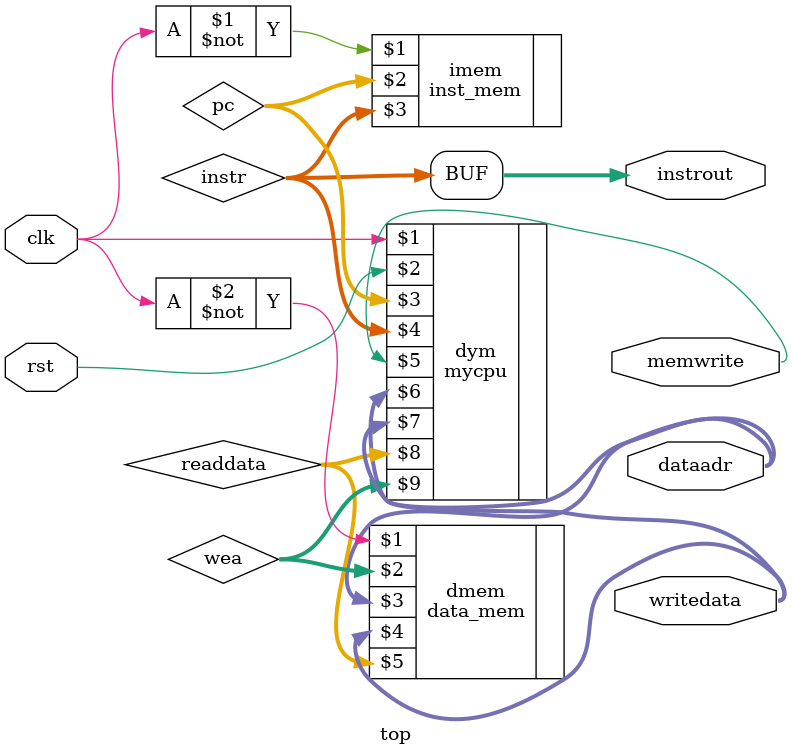
<source format=v>
`timescale 1ns / 1ps


module top(
	input wire clk,rst,
	output wire[31:0] writedata,dataadr,
	output wire memwrite,
	output wire[31:0] instrout
    );

	wire[31:0] pc,instr,readdata;
    wire[3:0] wea;
	mycpu dym(clk,rst,pc,instr,memwrite,dataadr,writedata,readdata,wea);
	inst_mem imem(~clk,pc,instr);
	data_mem dmem(~clk,wea,dataadr,writedata,readdata);
	assign instrout=instr;
endmodule

</source>
